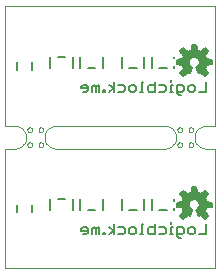
<source format=gbo>
G75*
%MOIN*%
%OFA0B0*%
%FSLAX24Y24*%
%IPPOS*%
%LPD*%
%AMOC8*
5,1,8,0,0,1.08239X$1,22.5*
%
%ADD10C,0.0000*%
%ADD11C,0.0060*%
%ADD12C,0.0050*%
%ADD13C,0.0059*%
D10*
X000330Y000150D02*
X000330Y004145D01*
X000643Y004145D01*
X000680Y004147D01*
X000717Y004152D01*
X000753Y004161D01*
X000788Y004174D01*
X000821Y004190D01*
X000853Y004209D01*
X000883Y004231D01*
X000910Y004256D01*
X000935Y004283D01*
X000957Y004313D01*
X000976Y004345D01*
X000992Y004378D01*
X001005Y004413D01*
X001014Y004449D01*
X001019Y004486D01*
X001021Y004523D01*
X001019Y004560D01*
X001014Y004597D01*
X001005Y004633D01*
X000992Y004668D01*
X000976Y004701D01*
X000957Y004733D01*
X000935Y004763D01*
X000910Y004790D01*
X000883Y004815D01*
X000853Y004837D01*
X000821Y004856D01*
X000788Y004872D01*
X000753Y004885D01*
X000717Y004894D01*
X000680Y004899D01*
X000643Y004901D01*
X000643Y004900D02*
X000330Y004900D01*
X000330Y008895D01*
X007322Y008895D01*
X007322Y004900D01*
X007018Y004900D01*
X007018Y004901D02*
X006981Y004899D01*
X006944Y004894D01*
X006908Y004885D01*
X006873Y004872D01*
X006840Y004856D01*
X006808Y004837D01*
X006778Y004815D01*
X006751Y004790D01*
X006726Y004763D01*
X006704Y004733D01*
X006685Y004701D01*
X006669Y004668D01*
X006656Y004633D01*
X006647Y004597D01*
X006642Y004560D01*
X006640Y004523D01*
X006642Y004486D01*
X006647Y004449D01*
X006656Y004413D01*
X006669Y004378D01*
X006685Y004345D01*
X006704Y004313D01*
X006726Y004283D01*
X006751Y004256D01*
X006778Y004231D01*
X006808Y004209D01*
X006840Y004190D01*
X006873Y004174D01*
X006908Y004161D01*
X006944Y004152D01*
X006981Y004147D01*
X007018Y004145D01*
X007322Y004145D01*
X007322Y000150D01*
X000330Y000150D01*
X002018Y004145D02*
X005643Y004145D01*
X005680Y004147D01*
X005717Y004152D01*
X005753Y004161D01*
X005788Y004174D01*
X005821Y004190D01*
X005853Y004209D01*
X005883Y004231D01*
X005910Y004256D01*
X005935Y004283D01*
X005957Y004313D01*
X005976Y004345D01*
X005992Y004378D01*
X006005Y004413D01*
X006014Y004449D01*
X006019Y004486D01*
X006021Y004523D01*
X006019Y004560D01*
X006014Y004597D01*
X006005Y004633D01*
X005992Y004668D01*
X005976Y004701D01*
X005957Y004733D01*
X005935Y004763D01*
X005910Y004790D01*
X005883Y004815D01*
X005853Y004837D01*
X005821Y004856D01*
X005788Y004872D01*
X005753Y004885D01*
X005717Y004894D01*
X005680Y004899D01*
X005643Y004901D01*
X005643Y004900D02*
X002018Y004900D01*
X002018Y004901D02*
X001981Y004899D01*
X001944Y004894D01*
X001908Y004885D01*
X001873Y004872D01*
X001840Y004856D01*
X001808Y004837D01*
X001778Y004815D01*
X001751Y004790D01*
X001726Y004763D01*
X001704Y004733D01*
X001685Y004701D01*
X001669Y004668D01*
X001656Y004633D01*
X001647Y004597D01*
X001642Y004560D01*
X001640Y004523D01*
X001642Y004486D01*
X001647Y004449D01*
X001656Y004413D01*
X001669Y004378D01*
X001685Y004345D01*
X001704Y004313D01*
X001726Y004283D01*
X001751Y004256D01*
X001778Y004231D01*
X001808Y004209D01*
X001840Y004190D01*
X001873Y004174D01*
X001908Y004161D01*
X001944Y004152D01*
X001981Y004147D01*
X002018Y004145D01*
X001439Y004275D02*
X001441Y004293D01*
X001447Y004309D01*
X001456Y004324D01*
X001469Y004337D01*
X001484Y004346D01*
X001500Y004352D01*
X001518Y004354D01*
X001536Y004352D01*
X001552Y004346D01*
X001567Y004337D01*
X001580Y004324D01*
X001589Y004309D01*
X001595Y004293D01*
X001597Y004275D01*
X001595Y004257D01*
X001589Y004241D01*
X001580Y004226D01*
X001567Y004213D01*
X001552Y004204D01*
X001536Y004198D01*
X001518Y004196D01*
X001500Y004198D01*
X001484Y004204D01*
X001469Y004213D01*
X001456Y004226D01*
X001447Y004241D01*
X001441Y004257D01*
X001439Y004275D01*
X001064Y004275D02*
X001066Y004293D01*
X001072Y004309D01*
X001081Y004324D01*
X001094Y004337D01*
X001109Y004346D01*
X001125Y004352D01*
X001143Y004354D01*
X001161Y004352D01*
X001177Y004346D01*
X001192Y004337D01*
X001205Y004324D01*
X001214Y004309D01*
X001220Y004293D01*
X001222Y004275D01*
X001220Y004257D01*
X001214Y004241D01*
X001205Y004226D01*
X001192Y004213D01*
X001177Y004204D01*
X001161Y004198D01*
X001143Y004196D01*
X001125Y004198D01*
X001109Y004204D01*
X001094Y004213D01*
X001081Y004226D01*
X001072Y004241D01*
X001066Y004257D01*
X001064Y004275D01*
X001064Y004775D02*
X001066Y004793D01*
X001072Y004809D01*
X001081Y004824D01*
X001094Y004837D01*
X001109Y004846D01*
X001125Y004852D01*
X001143Y004854D01*
X001161Y004852D01*
X001177Y004846D01*
X001192Y004837D01*
X001205Y004824D01*
X001214Y004809D01*
X001220Y004793D01*
X001222Y004775D01*
X001220Y004757D01*
X001214Y004741D01*
X001205Y004726D01*
X001192Y004713D01*
X001177Y004704D01*
X001161Y004698D01*
X001143Y004696D01*
X001125Y004698D01*
X001109Y004704D01*
X001094Y004713D01*
X001081Y004726D01*
X001072Y004741D01*
X001066Y004757D01*
X001064Y004775D01*
X001439Y004775D02*
X001441Y004793D01*
X001447Y004809D01*
X001456Y004824D01*
X001469Y004837D01*
X001484Y004846D01*
X001500Y004852D01*
X001518Y004854D01*
X001536Y004852D01*
X001552Y004846D01*
X001567Y004837D01*
X001580Y004824D01*
X001589Y004809D01*
X001595Y004793D01*
X001597Y004775D01*
X001595Y004757D01*
X001589Y004741D01*
X001580Y004726D01*
X001567Y004713D01*
X001552Y004704D01*
X001536Y004698D01*
X001518Y004696D01*
X001500Y004698D01*
X001484Y004704D01*
X001469Y004713D01*
X001456Y004726D01*
X001447Y004741D01*
X001441Y004757D01*
X001439Y004775D01*
X006064Y004775D02*
X006066Y004793D01*
X006072Y004809D01*
X006081Y004824D01*
X006094Y004837D01*
X006109Y004846D01*
X006125Y004852D01*
X006143Y004854D01*
X006161Y004852D01*
X006177Y004846D01*
X006192Y004837D01*
X006205Y004824D01*
X006214Y004809D01*
X006220Y004793D01*
X006222Y004775D01*
X006220Y004757D01*
X006214Y004741D01*
X006205Y004726D01*
X006192Y004713D01*
X006177Y004704D01*
X006161Y004698D01*
X006143Y004696D01*
X006125Y004698D01*
X006109Y004704D01*
X006094Y004713D01*
X006081Y004726D01*
X006072Y004741D01*
X006066Y004757D01*
X006064Y004775D01*
X006064Y004275D02*
X006066Y004293D01*
X006072Y004309D01*
X006081Y004324D01*
X006094Y004337D01*
X006109Y004346D01*
X006125Y004352D01*
X006143Y004354D01*
X006161Y004352D01*
X006177Y004346D01*
X006192Y004337D01*
X006205Y004324D01*
X006214Y004309D01*
X006220Y004293D01*
X006222Y004275D01*
X006220Y004257D01*
X006214Y004241D01*
X006205Y004226D01*
X006192Y004213D01*
X006177Y004204D01*
X006161Y004198D01*
X006143Y004196D01*
X006125Y004198D01*
X006109Y004204D01*
X006094Y004213D01*
X006081Y004226D01*
X006072Y004241D01*
X006066Y004257D01*
X006064Y004275D01*
X006439Y004275D02*
X006441Y004293D01*
X006447Y004309D01*
X006456Y004324D01*
X006469Y004337D01*
X006484Y004346D01*
X006500Y004352D01*
X006518Y004354D01*
X006536Y004352D01*
X006552Y004346D01*
X006567Y004337D01*
X006580Y004324D01*
X006589Y004309D01*
X006595Y004293D01*
X006597Y004275D01*
X006595Y004257D01*
X006589Y004241D01*
X006580Y004226D01*
X006567Y004213D01*
X006552Y004204D01*
X006536Y004198D01*
X006518Y004196D01*
X006500Y004198D01*
X006484Y004204D01*
X006469Y004213D01*
X006456Y004226D01*
X006447Y004241D01*
X006441Y004257D01*
X006439Y004275D01*
X006439Y004775D02*
X006441Y004793D01*
X006447Y004809D01*
X006456Y004824D01*
X006469Y004837D01*
X006484Y004846D01*
X006500Y004852D01*
X006518Y004854D01*
X006536Y004852D01*
X006552Y004846D01*
X006567Y004837D01*
X006580Y004824D01*
X006589Y004809D01*
X006595Y004793D01*
X006597Y004775D01*
X006595Y004757D01*
X006589Y004741D01*
X006580Y004726D01*
X006567Y004713D01*
X006552Y004704D01*
X006536Y004698D01*
X006518Y004696D01*
X006500Y004698D01*
X006484Y004704D01*
X006469Y004713D01*
X006456Y004726D01*
X006447Y004741D01*
X006441Y004757D01*
X006439Y004775D01*
D11*
X006173Y005927D02*
X006117Y005927D01*
X006060Y005983D01*
X006060Y006267D01*
X006230Y006267D01*
X006287Y006210D01*
X006287Y006097D01*
X006230Y006040D01*
X006060Y006040D01*
X005919Y006040D02*
X005805Y006040D01*
X005862Y006040D02*
X005862Y006267D01*
X005919Y006267D01*
X005862Y006380D02*
X005862Y006437D01*
X005673Y006210D02*
X005673Y006097D01*
X005616Y006040D01*
X005446Y006040D01*
X005305Y006040D02*
X005135Y006040D01*
X005078Y006097D01*
X005078Y006210D01*
X005135Y006267D01*
X005305Y006267D01*
X005305Y006380D02*
X005305Y006040D01*
X005446Y006267D02*
X005616Y006267D01*
X005673Y006210D01*
X006428Y006210D02*
X006428Y006097D01*
X006485Y006040D01*
X006598Y006040D01*
X006655Y006097D01*
X006655Y006210D01*
X006598Y006267D01*
X006485Y006267D01*
X006428Y006210D01*
X006797Y006040D02*
X007024Y006040D01*
X007024Y006380D01*
X004936Y006380D02*
X004880Y006380D01*
X004880Y006040D01*
X004936Y006040D02*
X004823Y006040D01*
X004691Y006097D02*
X004634Y006040D01*
X004521Y006040D01*
X004464Y006097D01*
X004464Y006210D01*
X004521Y006267D01*
X004634Y006267D01*
X004691Y006210D01*
X004691Y006097D01*
X004323Y006097D02*
X004266Y006040D01*
X004096Y006040D01*
X003954Y006040D02*
X003954Y006380D01*
X004096Y006267D02*
X004266Y006267D01*
X004323Y006210D01*
X004323Y006097D01*
X003954Y006153D02*
X003784Y006267D01*
X003954Y006153D02*
X003784Y006040D01*
X003647Y006040D02*
X003591Y006040D01*
X003591Y006097D01*
X003647Y006097D01*
X003647Y006040D01*
X003463Y006040D02*
X003463Y006267D01*
X003406Y006267D01*
X003350Y006210D01*
X003293Y006267D01*
X003236Y006210D01*
X003236Y006040D01*
X003350Y006040D02*
X003350Y006210D01*
X003095Y006210D02*
X003095Y006097D01*
X003038Y006040D01*
X002925Y006040D01*
X002868Y006153D02*
X003095Y006153D01*
X003095Y006210D02*
X003038Y006267D01*
X002925Y006267D01*
X002868Y006210D01*
X002868Y006153D01*
X005862Y001687D02*
X005862Y001630D01*
X005862Y001517D02*
X005862Y001290D01*
X005919Y001290D02*
X005805Y001290D01*
X005673Y001347D02*
X005616Y001290D01*
X005446Y001290D01*
X005305Y001290D02*
X005135Y001290D01*
X005078Y001347D01*
X005078Y001460D01*
X005135Y001517D01*
X005305Y001517D01*
X005305Y001630D02*
X005305Y001290D01*
X005446Y001517D02*
X005616Y001517D01*
X005673Y001460D01*
X005673Y001347D01*
X005862Y001517D02*
X005919Y001517D01*
X006060Y001517D02*
X006230Y001517D01*
X006287Y001460D01*
X006287Y001347D01*
X006230Y001290D01*
X006060Y001290D01*
X006060Y001233D02*
X006060Y001517D01*
X006060Y001233D02*
X006117Y001177D01*
X006173Y001177D01*
X006428Y001347D02*
X006428Y001460D01*
X006485Y001517D01*
X006598Y001517D01*
X006655Y001460D01*
X006655Y001347D01*
X006598Y001290D01*
X006485Y001290D01*
X006428Y001347D01*
X006797Y001290D02*
X007024Y001290D01*
X007024Y001630D01*
X004936Y001630D02*
X004880Y001630D01*
X004880Y001290D01*
X004936Y001290D02*
X004823Y001290D01*
X004691Y001347D02*
X004634Y001290D01*
X004521Y001290D01*
X004464Y001347D01*
X004464Y001460D01*
X004521Y001517D01*
X004634Y001517D01*
X004691Y001460D01*
X004691Y001347D01*
X004323Y001347D02*
X004266Y001290D01*
X004096Y001290D01*
X003954Y001290D02*
X003954Y001630D01*
X004096Y001517D02*
X004266Y001517D01*
X004323Y001460D01*
X004323Y001347D01*
X003954Y001403D02*
X003784Y001517D01*
X003954Y001403D02*
X003784Y001290D01*
X003647Y001290D02*
X003591Y001290D01*
X003591Y001347D01*
X003647Y001347D01*
X003647Y001290D01*
X003463Y001290D02*
X003463Y001517D01*
X003406Y001517D01*
X003350Y001460D01*
X003293Y001517D01*
X003236Y001460D01*
X003236Y001290D01*
X003350Y001290D02*
X003350Y001460D01*
X003095Y001460D02*
X003095Y001347D01*
X003038Y001290D01*
X002925Y001290D01*
X002868Y001403D02*
X003095Y001403D01*
X003095Y001460D02*
X003038Y001517D01*
X002925Y001517D01*
X002868Y001460D01*
X002868Y001403D01*
D12*
X002830Y002088D02*
X002830Y002463D01*
X002580Y002463D02*
X002580Y002088D01*
X002330Y002463D02*
X002080Y002463D01*
X001830Y002463D02*
X001830Y002088D01*
X001205Y002025D02*
X001205Y002275D01*
X000705Y002275D02*
X000705Y002025D01*
X003080Y002088D02*
X003330Y002088D01*
X003580Y002088D02*
X003580Y002463D01*
X004205Y002463D02*
X004205Y002088D01*
X004455Y002088D02*
X004705Y002088D01*
X004955Y002088D02*
X004955Y002463D01*
X005205Y002463D02*
X005205Y002088D01*
X005455Y002088D02*
X005705Y002088D01*
X005955Y002088D02*
X005955Y002150D01*
X005955Y002400D02*
X005955Y002463D01*
X005955Y006838D02*
X005955Y006900D01*
X005955Y007150D02*
X005955Y007213D01*
X005705Y006838D02*
X005455Y006838D01*
X005205Y006838D02*
X005205Y007213D01*
X004955Y007213D02*
X004955Y006838D01*
X004705Y006838D02*
X004455Y006838D01*
X004205Y006838D02*
X004205Y007213D01*
X003580Y007213D02*
X003580Y006838D01*
X003330Y006838D02*
X003080Y006838D01*
X002830Y006838D02*
X002830Y007213D01*
X002580Y007213D02*
X002580Y006838D01*
X002330Y007213D02*
X002080Y007213D01*
X001830Y007213D02*
X001830Y006838D01*
X001205Y006775D02*
X001205Y007025D01*
X000705Y007025D02*
X000705Y006775D01*
D13*
X006044Y006953D02*
X006234Y006934D01*
X006255Y006870D01*
X006286Y006810D01*
X006165Y006661D01*
X006266Y006560D01*
X006415Y006681D01*
X006475Y006650D01*
X006559Y006854D01*
X006522Y006876D01*
X006490Y006905D01*
X006466Y006941D01*
X006451Y006982D01*
X006445Y007025D01*
X006451Y007069D01*
X006466Y007110D01*
X006491Y007147D01*
X006524Y007176D01*
X006563Y007197D01*
X006606Y007208D01*
X006650Y007208D01*
X006693Y007198D01*
X006732Y007178D01*
X006766Y007150D01*
X006792Y007114D01*
X006808Y007073D01*
X006814Y007029D01*
X006810Y006985D01*
X006795Y006943D01*
X006771Y006906D01*
X006739Y006876D01*
X006701Y006854D01*
X006785Y006650D01*
X006845Y006681D01*
X006994Y006560D01*
X007095Y006661D01*
X006974Y006810D01*
X007005Y006870D01*
X007026Y006934D01*
X007216Y006953D01*
X007216Y007097D01*
X007026Y007116D01*
X007005Y007180D01*
X006974Y007240D01*
X007095Y007389D01*
X006994Y007490D01*
X006845Y007369D01*
X006785Y007400D01*
X006721Y007421D01*
X006702Y007611D01*
X006558Y007611D01*
X006539Y007421D01*
X006475Y007400D01*
X006415Y007369D01*
X006266Y007490D01*
X006165Y007389D01*
X006286Y007240D01*
X006255Y007180D01*
X006234Y007116D01*
X006044Y007097D01*
X006044Y006953D01*
X006044Y006999D02*
X006448Y006999D01*
X006449Y007057D02*
X006044Y007057D01*
X006157Y006942D02*
X006465Y006942D01*
X006513Y006884D02*
X006250Y006884D01*
X006277Y006826D02*
X006548Y006826D01*
X006524Y006769D02*
X006252Y006769D01*
X006205Y006711D02*
X006500Y006711D01*
X006476Y006654D02*
X006467Y006654D01*
X006382Y006654D02*
X006172Y006654D01*
X006230Y006596D02*
X006311Y006596D01*
X006736Y006769D02*
X007008Y006769D01*
X006983Y006826D02*
X006712Y006826D01*
X006747Y006884D02*
X007010Y006884D01*
X007103Y006942D02*
X006794Y006942D01*
X006812Y006999D02*
X007216Y006999D01*
X007216Y007057D02*
X006811Y007057D01*
X006791Y007114D02*
X007047Y007114D01*
X007008Y007172D02*
X006740Y007172D01*
X006519Y007172D02*
X006252Y007172D01*
X006280Y007229D02*
X006980Y007229D01*
X007012Y007287D02*
X006248Y007287D01*
X006201Y007344D02*
X007059Y007344D01*
X007082Y007402D02*
X006885Y007402D01*
X006956Y007460D02*
X007024Y007460D01*
X006780Y007402D02*
X006480Y007402D01*
X006543Y007460D02*
X006717Y007460D01*
X006712Y007517D02*
X006548Y007517D01*
X006554Y007575D02*
X006706Y007575D01*
X006375Y007402D02*
X006178Y007402D01*
X006236Y007460D02*
X006304Y007460D01*
X006213Y007114D02*
X006469Y007114D01*
X006760Y006711D02*
X007055Y006711D01*
X007088Y006654D02*
X006878Y006654D01*
X006793Y006654D02*
X006784Y006654D01*
X006949Y006596D02*
X007030Y006596D01*
X006702Y002861D02*
X006558Y002861D01*
X006539Y002671D01*
X006475Y002650D01*
X006415Y002619D01*
X006266Y002740D01*
X006267Y002740D01*
X006266Y002740D02*
X006165Y002639D01*
X006286Y002490D01*
X006255Y002430D01*
X006234Y002366D01*
X006044Y002347D01*
X006044Y002203D01*
X006234Y002184D01*
X006255Y002120D01*
X006286Y002060D01*
X006165Y001911D01*
X006266Y001810D01*
X006415Y001931D01*
X006475Y001900D01*
X006559Y002104D01*
X006522Y002126D01*
X006490Y002155D01*
X006466Y002191D01*
X006451Y002232D01*
X006445Y002275D01*
X006451Y002319D01*
X006466Y002360D01*
X006491Y002397D01*
X006524Y002426D01*
X006563Y002447D01*
X006606Y002458D01*
X006650Y002458D01*
X006693Y002448D01*
X006732Y002428D01*
X006766Y002400D01*
X006792Y002364D01*
X006808Y002323D01*
X006814Y002279D01*
X006810Y002235D01*
X006795Y002193D01*
X006771Y002156D01*
X006739Y002126D01*
X006701Y002104D01*
X006785Y001900D01*
X006845Y001931D01*
X006994Y001810D01*
X007095Y001911D01*
X006974Y002060D01*
X007005Y002120D01*
X007026Y002184D01*
X007216Y002203D01*
X007216Y002347D01*
X007026Y002366D01*
X007005Y002430D01*
X006974Y002490D01*
X007095Y002639D01*
X006994Y002740D01*
X006993Y002740D01*
X006994Y002740D02*
X006845Y002619D01*
X006785Y002650D01*
X006721Y002671D01*
X006702Y002861D01*
X006703Y002855D02*
X006557Y002855D01*
X006552Y002798D02*
X006708Y002798D01*
X006714Y002740D02*
X006546Y002740D01*
X006540Y002682D02*
X006720Y002682D01*
X006834Y002625D02*
X006426Y002625D01*
X006408Y002625D02*
X006176Y002625D01*
X006208Y002682D02*
X006337Y002682D01*
X006223Y002567D02*
X007037Y002567D01*
X006990Y002510D02*
X006270Y002510D01*
X006266Y002452D02*
X006584Y002452D01*
X006490Y002395D02*
X006243Y002395D01*
X006044Y002337D02*
X006458Y002337D01*
X006446Y002280D02*
X006044Y002280D01*
X006044Y002222D02*
X006454Y002222D01*
X006483Y002164D02*
X006241Y002164D01*
X006261Y002107D02*
X006555Y002107D01*
X006537Y002049D02*
X006277Y002049D01*
X006230Y001992D02*
X006513Y001992D01*
X006489Y001934D02*
X006183Y001934D01*
X006199Y001877D02*
X006349Y001877D01*
X006278Y001819D02*
X006257Y001819D01*
X006723Y002049D02*
X006983Y002049D01*
X006999Y002107D02*
X006705Y002107D01*
X006777Y002164D02*
X007019Y002164D01*
X007030Y001992D02*
X006747Y001992D01*
X006771Y001934D02*
X007077Y001934D01*
X007061Y001877D02*
X006911Y001877D01*
X006982Y001819D02*
X007003Y001819D01*
X006806Y002222D02*
X007216Y002222D01*
X007216Y002280D02*
X006814Y002280D01*
X006802Y002337D02*
X007216Y002337D01*
X007017Y002395D02*
X006770Y002395D01*
X006677Y002452D02*
X006994Y002452D01*
X007084Y002625D02*
X006852Y002625D01*
X006923Y002682D02*
X007052Y002682D01*
M02*

</source>
